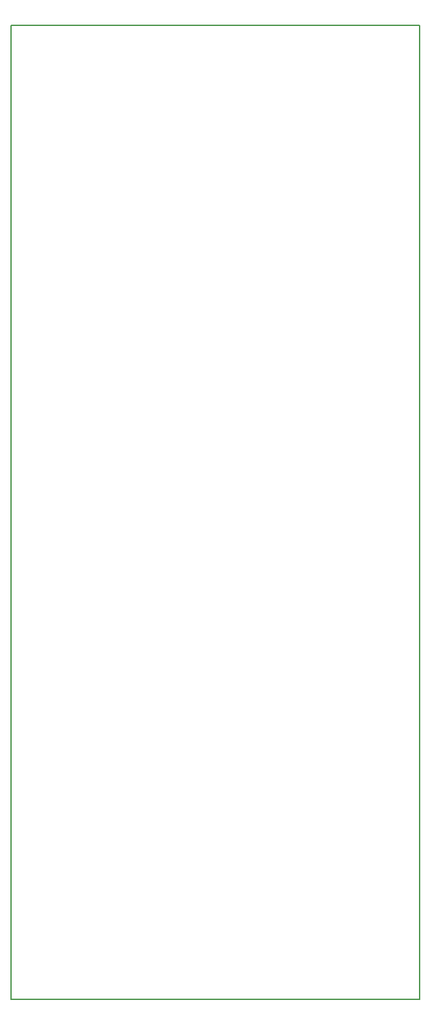
<source format=gm1>
G04 #@! TF.GenerationSoftware,KiCad,Pcbnew,(5.1.0)-1*
G04 #@! TF.CreationDate,2019-04-08T01:07:25-05:00*
G04 #@! TF.ProjectId,TheHub2,54686548-7562-4322-9e6b-696361645f70,1.0*
G04 #@! TF.SameCoordinates,Original*
G04 #@! TF.FileFunction,Profile,NP*
%FSLAX46Y46*%
G04 Gerber Fmt 4.6, Leading zero omitted, Abs format (unit mm)*
G04 Created by KiCad (PCBNEW (5.1.0)-1) date 2019-04-08 01:07:25*
%MOMM*%
%LPD*%
G04 APERTURE LIST*
%ADD10C,0.150000*%
G04 APERTURE END LIST*
D10*
X99060000Y-91440000D02*
X152400000Y-91440000D01*
X99060000Y-218440000D02*
X99060000Y-91440000D01*
X152400000Y-218440000D02*
X99060000Y-218440000D01*
X152400000Y-91440000D02*
X152400000Y-218440000D01*
M02*

</source>
